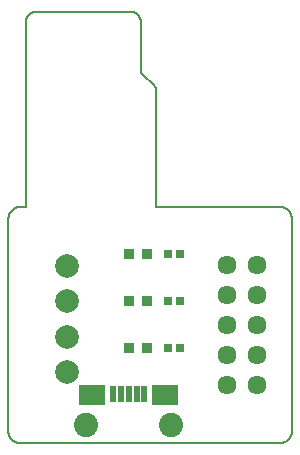
<source format=gts>
G04 EAGLE Gerber RS-274X export*
G75*
%MOMM*%
%FSLAX34Y34*%
%LPD*%
%AMOC8*
5,1,8,0,0,1.08239X$1,22.5*%
G01*
%ADD10C,0.152400*%
%ADD11C,0.203200*%
%ADD12C,1.609600*%
%ADD13C,2.051600*%
%ADD14R,0.501600X1.451600*%
%ADD15R,2.201600X1.701600*%
%ADD16R,0.901600X0.901600*%
%ADD17R,0.701600X0.801600*%
%ADD18C,2.001600*%


D10*
X0Y10000D02*
X0Y190000D01*
X10000Y200000D02*
X15000Y200000D01*
X15000Y357000D01*
X23000Y365000D02*
X104000Y365000D01*
X112000Y357000D02*
X112000Y315700D01*
X113200Y312800D02*
X123800Y302200D01*
X125000Y299300D02*
X125000Y200000D01*
X230000Y200000D01*
X240000Y190000D02*
X240000Y10000D01*
X230000Y0D02*
X10000Y0D01*
X15000Y357000D02*
X15002Y357193D01*
X15009Y357387D01*
X15021Y357579D01*
X15037Y357772D01*
X15058Y357964D01*
X15084Y358156D01*
X15114Y358347D01*
X15149Y358537D01*
X15188Y358726D01*
X15232Y358915D01*
X15281Y359102D01*
X15334Y359288D01*
X15392Y359472D01*
X15454Y359655D01*
X15520Y359837D01*
X15591Y360017D01*
X15666Y360195D01*
X15745Y360371D01*
X15829Y360546D01*
X15916Y360718D01*
X16008Y360888D01*
X16104Y361056D01*
X16204Y361221D01*
X16308Y361384D01*
X16416Y361545D01*
X16528Y361702D01*
X16643Y361857D01*
X16763Y362009D01*
X16885Y362159D01*
X17012Y362305D01*
X17142Y362448D01*
X17275Y362588D01*
X17412Y362725D01*
X17552Y362858D01*
X17695Y362988D01*
X17841Y363115D01*
X17991Y363237D01*
X18143Y363357D01*
X18298Y363472D01*
X18455Y363584D01*
X18616Y363692D01*
X18779Y363796D01*
X18944Y363896D01*
X19112Y363992D01*
X19282Y364084D01*
X19454Y364171D01*
X19629Y364255D01*
X19805Y364334D01*
X19983Y364409D01*
X20163Y364480D01*
X20345Y364546D01*
X20528Y364608D01*
X20712Y364666D01*
X20898Y364719D01*
X21085Y364768D01*
X21274Y364812D01*
X21463Y364851D01*
X21653Y364886D01*
X21844Y364916D01*
X22036Y364942D01*
X22228Y364963D01*
X22421Y364979D01*
X22613Y364991D01*
X22807Y364998D01*
X23000Y365000D01*
X104000Y365000D02*
X104193Y364998D01*
X104387Y364991D01*
X104579Y364979D01*
X104772Y364963D01*
X104964Y364942D01*
X105156Y364916D01*
X105347Y364886D01*
X105537Y364851D01*
X105726Y364812D01*
X105915Y364768D01*
X106102Y364719D01*
X106288Y364666D01*
X106472Y364608D01*
X106655Y364546D01*
X106837Y364480D01*
X107017Y364409D01*
X107195Y364334D01*
X107371Y364255D01*
X107546Y364171D01*
X107718Y364084D01*
X107888Y363992D01*
X108056Y363896D01*
X108221Y363796D01*
X108384Y363692D01*
X108545Y363584D01*
X108702Y363472D01*
X108857Y363357D01*
X109009Y363237D01*
X109159Y363115D01*
X109305Y362988D01*
X109448Y362858D01*
X109588Y362725D01*
X109725Y362588D01*
X109858Y362448D01*
X109988Y362305D01*
X110115Y362159D01*
X110237Y362009D01*
X110357Y361857D01*
X110472Y361702D01*
X110584Y361545D01*
X110692Y361384D01*
X110796Y361221D01*
X110896Y361056D01*
X110992Y360888D01*
X111084Y360718D01*
X111171Y360546D01*
X111255Y360371D01*
X111334Y360195D01*
X111409Y360017D01*
X111480Y359837D01*
X111546Y359655D01*
X111608Y359472D01*
X111666Y359288D01*
X111719Y359102D01*
X111768Y358915D01*
X111812Y358726D01*
X111851Y358537D01*
X111886Y358347D01*
X111916Y358156D01*
X111942Y357964D01*
X111963Y357772D01*
X111979Y357579D01*
X111991Y357387D01*
X111998Y357193D01*
X112000Y357000D01*
X112000Y315700D02*
X112002Y315577D01*
X112007Y315453D01*
X112017Y315329D01*
X112030Y315206D01*
X112046Y315083D01*
X112067Y314961D01*
X112091Y314840D01*
X112119Y314719D01*
X112150Y314599D01*
X112185Y314480D01*
X112224Y314363D01*
X112266Y314246D01*
X112312Y314131D01*
X112361Y314017D01*
X112413Y313905D01*
X112469Y313794D01*
X112528Y313686D01*
X112591Y313579D01*
X112656Y313474D01*
X112725Y313371D01*
X112797Y313270D01*
X112872Y313171D01*
X112950Y313075D01*
X113030Y312981D01*
X113114Y312889D01*
X113200Y312800D01*
X123800Y302200D02*
X123886Y302111D01*
X123970Y302019D01*
X124050Y301925D01*
X124128Y301829D01*
X124203Y301730D01*
X124275Y301629D01*
X124344Y301526D01*
X124409Y301421D01*
X124472Y301314D01*
X124531Y301206D01*
X124587Y301095D01*
X124639Y300983D01*
X124688Y300869D01*
X124734Y300754D01*
X124776Y300637D01*
X124815Y300520D01*
X124850Y300401D01*
X124881Y300281D01*
X124909Y300160D01*
X124933Y300039D01*
X124954Y299917D01*
X124970Y299794D01*
X124983Y299671D01*
X124993Y299547D01*
X124998Y299423D01*
X125000Y299300D01*
D11*
X0Y10000D02*
X3Y9758D01*
X12Y9517D01*
X26Y9276D01*
X47Y9035D01*
X73Y8795D01*
X105Y8555D01*
X143Y8316D01*
X186Y8079D01*
X236Y7842D01*
X291Y7607D01*
X351Y7373D01*
X418Y7141D01*
X489Y6910D01*
X567Y6681D01*
X650Y6454D01*
X738Y6229D01*
X832Y6006D01*
X931Y5786D01*
X1036Y5568D01*
X1145Y5353D01*
X1260Y5140D01*
X1380Y4930D01*
X1505Y4724D01*
X1635Y4520D01*
X1770Y4319D01*
X1910Y4122D01*
X2054Y3928D01*
X2203Y3738D01*
X2357Y3552D01*
X2515Y3369D01*
X2677Y3190D01*
X2844Y3015D01*
X3015Y2844D01*
X3190Y2677D01*
X3369Y2515D01*
X3552Y2357D01*
X3738Y2203D01*
X3928Y2054D01*
X4122Y1910D01*
X4319Y1770D01*
X4520Y1635D01*
X4724Y1505D01*
X4930Y1380D01*
X5140Y1260D01*
X5353Y1145D01*
X5568Y1036D01*
X5786Y931D01*
X6006Y832D01*
X6229Y738D01*
X6454Y650D01*
X6681Y567D01*
X6910Y489D01*
X7141Y418D01*
X7373Y351D01*
X7607Y291D01*
X7842Y236D01*
X8079Y186D01*
X8316Y143D01*
X8555Y105D01*
X8795Y73D01*
X9035Y47D01*
X9276Y26D01*
X9517Y12D01*
X9758Y3D01*
X10000Y0D01*
D10*
X0Y190000D02*
X3Y190242D01*
X12Y190483D01*
X26Y190724D01*
X47Y190965D01*
X73Y191205D01*
X105Y191445D01*
X143Y191684D01*
X186Y191921D01*
X236Y192158D01*
X291Y192393D01*
X351Y192627D01*
X418Y192859D01*
X489Y193090D01*
X567Y193319D01*
X650Y193546D01*
X738Y193771D01*
X832Y193994D01*
X931Y194214D01*
X1036Y194432D01*
X1145Y194647D01*
X1260Y194860D01*
X1380Y195070D01*
X1505Y195276D01*
X1635Y195480D01*
X1770Y195681D01*
X1910Y195878D01*
X2054Y196072D01*
X2203Y196262D01*
X2357Y196448D01*
X2515Y196631D01*
X2677Y196810D01*
X2844Y196985D01*
X3015Y197156D01*
X3190Y197323D01*
X3369Y197485D01*
X3552Y197643D01*
X3738Y197797D01*
X3928Y197946D01*
X4122Y198090D01*
X4319Y198230D01*
X4520Y198365D01*
X4724Y198495D01*
X4930Y198620D01*
X5140Y198740D01*
X5353Y198855D01*
X5568Y198964D01*
X5786Y199069D01*
X6006Y199168D01*
X6229Y199262D01*
X6454Y199350D01*
X6681Y199433D01*
X6910Y199511D01*
X7141Y199582D01*
X7373Y199649D01*
X7607Y199709D01*
X7842Y199764D01*
X8079Y199814D01*
X8316Y199857D01*
X8555Y199895D01*
X8795Y199927D01*
X9035Y199953D01*
X9276Y199974D01*
X9517Y199988D01*
X9758Y199997D01*
X10000Y200000D01*
D11*
X230000Y200000D02*
X230242Y199997D01*
X230483Y199988D01*
X230724Y199974D01*
X230965Y199953D01*
X231205Y199927D01*
X231445Y199895D01*
X231684Y199857D01*
X231921Y199814D01*
X232158Y199764D01*
X232393Y199709D01*
X232627Y199649D01*
X232859Y199582D01*
X233090Y199511D01*
X233319Y199433D01*
X233546Y199350D01*
X233771Y199262D01*
X233994Y199168D01*
X234214Y199069D01*
X234432Y198964D01*
X234647Y198855D01*
X234860Y198740D01*
X235070Y198620D01*
X235276Y198495D01*
X235480Y198365D01*
X235681Y198230D01*
X235878Y198090D01*
X236072Y197946D01*
X236262Y197797D01*
X236448Y197643D01*
X236631Y197485D01*
X236810Y197323D01*
X236985Y197156D01*
X237156Y196985D01*
X237323Y196810D01*
X237485Y196631D01*
X237643Y196448D01*
X237797Y196262D01*
X237946Y196072D01*
X238090Y195878D01*
X238230Y195681D01*
X238365Y195480D01*
X238495Y195276D01*
X238620Y195070D01*
X238740Y194860D01*
X238855Y194647D01*
X238964Y194432D01*
X239069Y194214D01*
X239168Y193994D01*
X239262Y193771D01*
X239350Y193546D01*
X239433Y193319D01*
X239511Y193090D01*
X239582Y192859D01*
X239649Y192627D01*
X239709Y192393D01*
X239764Y192158D01*
X239814Y191921D01*
X239857Y191684D01*
X239895Y191445D01*
X239927Y191205D01*
X239953Y190965D01*
X239974Y190724D01*
X239988Y190483D01*
X239997Y190242D01*
X240000Y190000D01*
X240000Y10000D02*
X239997Y9758D01*
X239988Y9517D01*
X239974Y9276D01*
X239953Y9035D01*
X239927Y8795D01*
X239895Y8555D01*
X239857Y8316D01*
X239814Y8079D01*
X239764Y7842D01*
X239709Y7607D01*
X239649Y7373D01*
X239582Y7141D01*
X239511Y6910D01*
X239433Y6681D01*
X239350Y6454D01*
X239262Y6229D01*
X239168Y6006D01*
X239069Y5786D01*
X238964Y5568D01*
X238855Y5353D01*
X238740Y5140D01*
X238620Y4930D01*
X238495Y4724D01*
X238365Y4520D01*
X238230Y4319D01*
X238090Y4122D01*
X237946Y3928D01*
X237797Y3738D01*
X237643Y3552D01*
X237485Y3369D01*
X237323Y3190D01*
X237156Y3015D01*
X236985Y2844D01*
X236810Y2677D01*
X236631Y2515D01*
X236448Y2357D01*
X236262Y2203D01*
X236072Y2054D01*
X235878Y1910D01*
X235681Y1770D01*
X235480Y1635D01*
X235276Y1505D01*
X235070Y1380D01*
X234860Y1260D01*
X234647Y1145D01*
X234432Y1036D01*
X234214Y931D01*
X233994Y832D01*
X233771Y738D01*
X233546Y650D01*
X233319Y567D01*
X233090Y489D01*
X232859Y418D01*
X232627Y351D01*
X232393Y291D01*
X232158Y236D01*
X231921Y186D01*
X231684Y143D01*
X231445Y105D01*
X231205Y73D01*
X230965Y47D01*
X230724Y26D01*
X230483Y12D01*
X230242Y3D01*
X230000Y0D01*
D12*
X210700Y49200D03*
X185300Y49200D03*
X210700Y74600D03*
X185300Y74600D03*
X210700Y100000D03*
X185300Y100000D03*
X210700Y125400D03*
X185300Y125400D03*
X210700Y150800D03*
X185300Y150800D03*
D13*
X138010Y15000D03*
X66010Y15000D03*
D14*
X89010Y41750D03*
X95510Y41750D03*
X102010Y41750D03*
X108510Y41750D03*
X115010Y41750D03*
D15*
X71010Y40500D03*
X133010Y40500D03*
D16*
X117500Y80000D03*
X102500Y80000D03*
X117500Y160000D03*
X102500Y160000D03*
X117500Y120000D03*
X102500Y120000D03*
D17*
X145000Y80000D03*
X135000Y80000D03*
X145000Y160000D03*
X135000Y160000D03*
X145000Y120000D03*
X135000Y120000D03*
D18*
X50000Y150000D03*
X50000Y120000D03*
X50000Y90000D03*
X50000Y60000D03*
M02*

</source>
